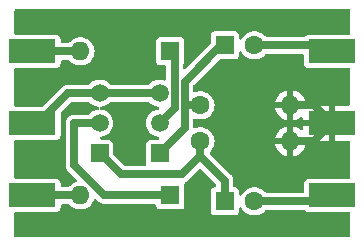
<source format=gbr>
%TF.GenerationSoftware,KiCad,Pcbnew,7.0.9*%
%TF.CreationDate,2024-01-07T22:21:07-08:00*%
%TF.ProjectId,snesypbpr-enhanced,736e6573-7970-4627-9072-2d656e68616e,rev?*%
%TF.SameCoordinates,Original*%
%TF.FileFunction,Copper,L1,Top*%
%TF.FilePolarity,Positive*%
%FSLAX46Y46*%
G04 Gerber Fmt 4.6, Leading zero omitted, Abs format (unit mm)*
G04 Created by KiCad (PCBNEW 7.0.9) date 2024-01-07 22:21:07*
%MOMM*%
%LPD*%
G01*
G04 APERTURE LIST*
%TA.AperFunction,ComponentPad*%
%ADD10R,1.500000X1.500000*%
%TD*%
%TA.AperFunction,ComponentPad*%
%ADD11C,1.500000*%
%TD*%
%TA.AperFunction,SMDPad,CuDef*%
%ADD12R,4.000000X2.000000*%
%TD*%
%TA.AperFunction,ComponentPad*%
%ADD13R,1.600000X1.600000*%
%TD*%
%TA.AperFunction,ComponentPad*%
%ADD14C,1.600000*%
%TD*%
%TA.AperFunction,ComponentPad*%
%ADD15O,1.600000X1.600000*%
%TD*%
%TA.AperFunction,ViaPad*%
%ADD16C,0.800000*%
%TD*%
%TA.AperFunction,Conductor*%
%ADD17C,0.650000*%
%TD*%
G04 APERTURE END LIST*
D10*
%TO.P,Q1,1,E*%
%TO.N,Net-(Q1-E)*%
X122534000Y-67056000D03*
D11*
%TO.P,Q1,2,B*%
%TO.N,Net-(D1-K)*%
X122534000Y-64516000D03*
%TO.P,Q1,3,C*%
%TO.N,+5V*%
X122534000Y-61976000D03*
%TD*%
D12*
%TO.P,J1,1,Pin_1*%
%TO.N,Net-(D1-A)*%
X111760000Y-58420000D03*
%TD*%
D13*
%TO.P,C1,1*%
%TO.N,Net-(Q1-E)*%
X128056000Y-57912000D03*
D14*
%TO.P,C1,2*%
%TO.N,Net-(J5-Pin_1)*%
X130556000Y-57912000D03*
%TD*%
D12*
%TO.P,J3,1,Pin_1*%
%TO.N,+5V*%
X111760000Y-64516000D03*
%TD*%
%TO.P,J2,1,Pin_1*%
%TO.N,Net-(D2-A)*%
X111760000Y-70612000D03*
%TD*%
D13*
%TO.P,D1,1,K*%
%TO.N,Net-(D1-K)*%
X123444000Y-58420000D03*
D15*
%TO.P,D1,2,A*%
%TO.N,Net-(D1-A)*%
X115824000Y-58420000D03*
%TD*%
D13*
%TO.P,C2,1*%
%TO.N,Net-(Q2-E)*%
X128056000Y-71120000D03*
D14*
%TO.P,C2,2*%
%TO.N,Net-(J6-Pin_1)*%
X130556000Y-71120000D03*
%TD*%
D10*
%TO.P,Q2,1,E*%
%TO.N,Net-(Q2-E)*%
X117454000Y-67056000D03*
D11*
%TO.P,Q2,2,B*%
%TO.N,Net-(D2-K)*%
X117454000Y-64516000D03*
%TO.P,Q2,3,C*%
%TO.N,+5V*%
X117454000Y-61976000D03*
%TD*%
D13*
%TO.P,D2,1,K*%
%TO.N,Net-(D2-K)*%
X123444000Y-70612000D03*
D15*
%TO.P,D2,2,A*%
%TO.N,Net-(D2-A)*%
X115824000Y-70612000D03*
%TD*%
D14*
%TO.P,R1,1*%
%TO.N,Net-(Q1-E)*%
X125984000Y-62992000D03*
D15*
%TO.P,R1,2*%
%TO.N,GND*%
X133604000Y-62992000D03*
%TD*%
D12*
%TO.P,J4,1,Pin_1*%
%TO.N,GND*%
X137160000Y-64516000D03*
%TD*%
%TO.P,J5,1,Pin_1*%
%TO.N,Net-(J5-Pin_1)*%
X137160000Y-58420000D03*
%TD*%
D14*
%TO.P,R2,1*%
%TO.N,Net-(Q2-E)*%
X125984000Y-66040000D03*
D15*
%TO.P,R2,2*%
%TO.N,GND*%
X133604000Y-66040000D03*
%TD*%
D12*
%TO.P,J6,1,Pin_1*%
%TO.N,Net-(J6-Pin_1)*%
X137160000Y-70612000D03*
%TD*%
D16*
%TO.N,GND*%
X133604000Y-69088000D03*
X121920000Y-55880000D03*
X112014000Y-67564000D03*
X133604000Y-60198000D03*
X120142000Y-67310000D03*
X121920000Y-73152000D03*
%TD*%
D17*
%TO.N,Net-(Q1-E)*%
X122534000Y-67056000D02*
X124659001Y-64930999D01*
X124659001Y-62992000D02*
X125984000Y-62992000D01*
X127762000Y-57912000D02*
X128056000Y-57912000D01*
X124659001Y-64930999D02*
X124659001Y-62992000D01*
X124659001Y-61014999D02*
X127762000Y-57912000D01*
X124659001Y-62992000D02*
X124659001Y-61014999D01*
%TO.N,Net-(J5-Pin_1)*%
X130556000Y-57912000D02*
X136652000Y-57912000D01*
X136652000Y-57912000D02*
X137160000Y-58420000D01*
%TO.N,Net-(D1-K)*%
X123809000Y-63241000D02*
X122534000Y-64516000D01*
X123809000Y-58785000D02*
X123809000Y-63241000D01*
X123444000Y-58420000D02*
X123809000Y-58785000D01*
%TO.N,Net-(D1-A)*%
X111760000Y-58420000D02*
X115824000Y-58420000D01*
%TO.N,+5V*%
X114808000Y-61976000D02*
X117454000Y-61976000D01*
X112268000Y-64516000D02*
X114808000Y-61976000D01*
X111760000Y-64516000D02*
X112268000Y-64516000D01*
X117454000Y-61976000D02*
X122534000Y-61976000D01*
%TO.N,GND*%
X135636000Y-66040000D02*
X137160000Y-64516000D01*
X133604000Y-62992000D02*
X135636000Y-62992000D01*
X135636000Y-62992000D02*
X137160000Y-64516000D01*
X133604000Y-66040000D02*
X135636000Y-66040000D01*
%TO.N,Net-(J6-Pin_1)*%
X136652000Y-71120000D02*
X137160000Y-70612000D01*
X130556000Y-71120000D02*
X136652000Y-71120000D01*
%TO.N,Net-(Q2-E)*%
X117454000Y-67056000D02*
X119232000Y-68834000D01*
X125984000Y-67310000D02*
X125984000Y-66040000D01*
X128056000Y-69382000D02*
X128056000Y-71120000D01*
X119232000Y-68834000D02*
X124460000Y-68834000D01*
X124460000Y-68834000D02*
X125984000Y-67310000D01*
X125984000Y-67310000D02*
X128056000Y-69382000D01*
%TO.N,Net-(D2-K)*%
X115316000Y-64516000D02*
X117454000Y-64516000D01*
X117856000Y-70612000D02*
X115316000Y-68072000D01*
X123444000Y-70612000D02*
X117856000Y-70612000D01*
X115316000Y-68072000D02*
X115316000Y-64516000D01*
%TO.N,Net-(D2-A)*%
X111760000Y-70612000D02*
X115824000Y-70612000D01*
%TD*%
%TA.AperFunction,Conductor*%
%TO.N,GND*%
G36*
X126027332Y-68395191D02*
G01*
X126071680Y-68423692D01*
X127294181Y-69646193D01*
X127327666Y-69707516D01*
X127330500Y-69733874D01*
X127330500Y-69796802D01*
X127310815Y-69863841D01*
X127258011Y-69909596D01*
X127225898Y-69919275D01*
X127130699Y-69934352D01*
X127079613Y-69960382D01*
X127017658Y-69991950D01*
X127017657Y-69991951D01*
X127017652Y-69991954D01*
X126927954Y-70081652D01*
X126927951Y-70081657D01*
X126870352Y-70194698D01*
X126855500Y-70288475D01*
X126855500Y-71951517D01*
X126865134Y-72012343D01*
X126870354Y-72045304D01*
X126927950Y-72158342D01*
X126927952Y-72158344D01*
X126927954Y-72158347D01*
X127017652Y-72248045D01*
X127017654Y-72248046D01*
X127017658Y-72248050D01*
X127130694Y-72305645D01*
X127130698Y-72305647D01*
X127224475Y-72320499D01*
X127224481Y-72320500D01*
X128887518Y-72320499D01*
X128981304Y-72305646D01*
X129094342Y-72248050D01*
X129184050Y-72158342D01*
X129241646Y-72045304D01*
X129241646Y-72045302D01*
X129241647Y-72045301D01*
X129256499Y-71951524D01*
X129256500Y-71951519D01*
X129256499Y-71730749D01*
X129276183Y-71663712D01*
X129328987Y-71617957D01*
X129398145Y-71608013D01*
X129461701Y-71637038D01*
X129491499Y-71675479D01*
X129530938Y-71754683D01*
X129530943Y-71754691D01*
X129665020Y-71932238D01*
X129829437Y-72082123D01*
X129829439Y-72082125D01*
X130018595Y-72199245D01*
X130018596Y-72199245D01*
X130018599Y-72199247D01*
X130226060Y-72279618D01*
X130444757Y-72320500D01*
X130444759Y-72320500D01*
X130667241Y-72320500D01*
X130667243Y-72320500D01*
X130885940Y-72279618D01*
X131093401Y-72199247D01*
X131282562Y-72082124D01*
X131446981Y-71932236D01*
X131475272Y-71894773D01*
X131531381Y-71853137D01*
X131574226Y-71845500D01*
X134775746Y-71845500D01*
X134842785Y-71865185D01*
X134863422Y-71881814D01*
X134921658Y-71940050D01*
X135034694Y-71997645D01*
X135034698Y-71997647D01*
X135128475Y-72012499D01*
X135128481Y-72012500D01*
X138560000Y-72012499D01*
X138627039Y-72032184D01*
X138672794Y-72084988D01*
X138684000Y-72136499D01*
X138684000Y-74044000D01*
X138664315Y-74111039D01*
X138611511Y-74156794D01*
X138560000Y-74168000D01*
X110360000Y-74168000D01*
X110292961Y-74148315D01*
X110247206Y-74095511D01*
X110236000Y-74044000D01*
X110236000Y-72136499D01*
X110255685Y-72069460D01*
X110308489Y-72023705D01*
X110360000Y-72012499D01*
X113791517Y-72012499D01*
X113791518Y-72012499D01*
X113885304Y-71997646D01*
X113998342Y-71940050D01*
X114088050Y-71850342D01*
X114145646Y-71737304D01*
X114145646Y-71737302D01*
X114145647Y-71737301D01*
X114160500Y-71643524D01*
X114160500Y-71461500D01*
X114180185Y-71394461D01*
X114232989Y-71348706D01*
X114284500Y-71337500D01*
X114805774Y-71337500D01*
X114872813Y-71357185D01*
X114904728Y-71386773D01*
X114933019Y-71424236D01*
X115057048Y-71537304D01*
X115097437Y-71574123D01*
X115097439Y-71574125D01*
X115286595Y-71691245D01*
X115286596Y-71691245D01*
X115286599Y-71691247D01*
X115494060Y-71771618D01*
X115712757Y-71812500D01*
X115712759Y-71812500D01*
X115935241Y-71812500D01*
X115935243Y-71812500D01*
X116153940Y-71771618D01*
X116361401Y-71691247D01*
X116550562Y-71574124D01*
X116714981Y-71424236D01*
X116849058Y-71246689D01*
X116948229Y-71047528D01*
X116960765Y-71003467D01*
X116998042Y-70944377D01*
X117061352Y-70914819D01*
X117130591Y-70924180D01*
X117167711Y-70949723D01*
X117299231Y-71081243D01*
X117311007Y-71094868D01*
X117324698Y-71113258D01*
X117324699Y-71113259D01*
X117324700Y-71113260D01*
X117363327Y-71145673D01*
X117367316Y-71149328D01*
X117372873Y-71154885D01*
X117392535Y-71170431D01*
X117397739Y-71174547D01*
X117454622Y-71222277D01*
X117460654Y-71226244D01*
X117460600Y-71226326D01*
X117466339Y-71229982D01*
X117466391Y-71229898D01*
X117472533Y-71233686D01*
X117472536Y-71233689D01*
X117472539Y-71233690D01*
X117472540Y-71233691D01*
X117539822Y-71265065D01*
X117561940Y-71276172D01*
X117606175Y-71298388D01*
X117606180Y-71298389D01*
X117612967Y-71300860D01*
X117612933Y-71300951D01*
X117619363Y-71303186D01*
X117619394Y-71303093D01*
X117626239Y-71305361D01*
X117626240Y-71305361D01*
X117626244Y-71305363D01*
X117698939Y-71320373D01*
X117757090Y-71334155D01*
X117771196Y-71337499D01*
X117771197Y-71337499D01*
X117771201Y-71337500D01*
X117771205Y-71337500D01*
X117778374Y-71338338D01*
X117778362Y-71338435D01*
X117785134Y-71339127D01*
X117785143Y-71339030D01*
X117792332Y-71339659D01*
X117792336Y-71339658D01*
X117792337Y-71339659D01*
X117866533Y-71337500D01*
X122120803Y-71337500D01*
X122187842Y-71357185D01*
X122233597Y-71409989D01*
X122243277Y-71442103D01*
X122243501Y-71443517D01*
X122243501Y-71443518D01*
X122258354Y-71537304D01*
X122315950Y-71650342D01*
X122315952Y-71650344D01*
X122315954Y-71650347D01*
X122405652Y-71740045D01*
X122405654Y-71740046D01*
X122405658Y-71740050D01*
X122518694Y-71797645D01*
X122518698Y-71797647D01*
X122612475Y-71812499D01*
X122612481Y-71812500D01*
X124275518Y-71812499D01*
X124369304Y-71797646D01*
X124482342Y-71740050D01*
X124572050Y-71650342D01*
X124629646Y-71537304D01*
X124629646Y-71537302D01*
X124629647Y-71537301D01*
X124644499Y-71443524D01*
X124644500Y-71443519D01*
X124644499Y-69780482D01*
X124629646Y-69686696D01*
X124629645Y-69686694D01*
X124626631Y-69677418D01*
X124629308Y-69676548D01*
X124619233Y-69622904D01*
X124645508Y-69558163D01*
X124702613Y-69517905D01*
X124703611Y-69517570D01*
X124724438Y-69510668D01*
X124768697Y-69496003D01*
X124768705Y-69495997D01*
X124775245Y-69492949D01*
X124775286Y-69493038D01*
X124781409Y-69490074D01*
X124781365Y-69489986D01*
X124787812Y-69486746D01*
X124787820Y-69486744D01*
X124849841Y-69445952D01*
X124913044Y-69406968D01*
X124913049Y-69406962D01*
X124918708Y-69402489D01*
X124918769Y-69402566D01*
X124924048Y-69398266D01*
X124923985Y-69398190D01*
X124929507Y-69393554D01*
X124929517Y-69393549D01*
X124980468Y-69339543D01*
X125896322Y-68423689D01*
X125957641Y-68390207D01*
X126027332Y-68395191D01*
G37*
%TD.AperFunction*%
%TA.AperFunction,Conductor*%
G36*
X129461701Y-58429038D02*
G01*
X129491499Y-58467479D01*
X129530938Y-58546683D01*
X129530943Y-58546691D01*
X129665020Y-58724238D01*
X129829437Y-58874123D01*
X129829439Y-58874125D01*
X130018595Y-58991245D01*
X130018596Y-58991245D01*
X130018599Y-58991247D01*
X130226060Y-59071618D01*
X130444757Y-59112500D01*
X130444759Y-59112500D01*
X130667241Y-59112500D01*
X130667243Y-59112500D01*
X130885940Y-59071618D01*
X131093401Y-58991247D01*
X131282562Y-58874124D01*
X131446981Y-58724236D01*
X131475272Y-58686773D01*
X131531381Y-58645137D01*
X131574226Y-58637500D01*
X134635501Y-58637500D01*
X134702540Y-58657185D01*
X134748295Y-58709989D01*
X134759501Y-58761500D01*
X134759501Y-59451518D01*
X134774354Y-59545304D01*
X134831950Y-59658342D01*
X134831952Y-59658344D01*
X134831954Y-59658347D01*
X134921652Y-59748045D01*
X134921654Y-59748046D01*
X134921658Y-59748050D01*
X135034694Y-59805645D01*
X135034698Y-59805647D01*
X135128475Y-59820499D01*
X135128481Y-59820500D01*
X138560000Y-59820499D01*
X138627039Y-59840184D01*
X138672794Y-59892988D01*
X138684000Y-59944499D01*
X138684000Y-62892000D01*
X138664315Y-62959039D01*
X138611511Y-63004794D01*
X138560000Y-63016000D01*
X137410000Y-63016000D01*
X137410000Y-66016000D01*
X138560000Y-66016000D01*
X138627039Y-66035685D01*
X138672794Y-66088489D01*
X138684000Y-66140000D01*
X138684000Y-69087500D01*
X138664315Y-69154539D01*
X138611511Y-69200294D01*
X138560000Y-69211500D01*
X135128482Y-69211500D01*
X135048581Y-69224155D01*
X135034696Y-69226354D01*
X134921658Y-69283950D01*
X134921657Y-69283951D01*
X134921652Y-69283954D01*
X134831954Y-69373652D01*
X134831951Y-69373657D01*
X134831950Y-69373658D01*
X134819450Y-69398190D01*
X134774352Y-69486698D01*
X134759500Y-69580475D01*
X134759500Y-70270500D01*
X134739815Y-70337539D01*
X134687011Y-70383294D01*
X134635500Y-70394500D01*
X131574226Y-70394500D01*
X131507187Y-70374815D01*
X131475272Y-70345227D01*
X131446979Y-70307762D01*
X131282562Y-70157876D01*
X131282560Y-70157874D01*
X131093404Y-70040754D01*
X131093398Y-70040752D01*
X130885940Y-69960382D01*
X130667243Y-69919500D01*
X130444757Y-69919500D01*
X130226060Y-69960382D01*
X130094864Y-70011207D01*
X130018601Y-70040752D01*
X130018595Y-70040754D01*
X129829439Y-70157874D01*
X129829437Y-70157876D01*
X129665020Y-70307761D01*
X129530943Y-70485308D01*
X129530938Y-70485316D01*
X129491499Y-70564521D01*
X129443996Y-70615758D01*
X129376333Y-70633179D01*
X129309992Y-70611253D01*
X129266038Y-70556941D01*
X129256499Y-70509249D01*
X129256499Y-70288482D01*
X129253651Y-70270500D01*
X129241646Y-70194696D01*
X129184050Y-70081658D01*
X129184046Y-70081654D01*
X129184045Y-70081652D01*
X129094347Y-69991954D01*
X129094344Y-69991952D01*
X129094342Y-69991950D01*
X129017517Y-69952805D01*
X128981301Y-69934352D01*
X128886101Y-69919274D01*
X128822967Y-69889344D01*
X128786036Y-69830032D01*
X128781500Y-69796801D01*
X128781500Y-69443893D01*
X128782809Y-69425923D01*
X128783001Y-69424614D01*
X128786131Y-69403245D01*
X128785812Y-69399602D01*
X128781736Y-69353013D01*
X128781500Y-69347606D01*
X128781500Y-69339747D01*
X128781499Y-69339739D01*
X128781476Y-69339543D01*
X128777821Y-69308276D01*
X128771349Y-69234293D01*
X128771347Y-69234289D01*
X128769888Y-69227217D01*
X128769983Y-69227197D01*
X128768512Y-69220557D01*
X128768416Y-69220580D01*
X128766750Y-69213552D01*
X128766750Y-69213549D01*
X128741358Y-69143787D01*
X128718003Y-69073304D01*
X128717999Y-69073298D01*
X128714949Y-69066756D01*
X128715038Y-69066714D01*
X128712073Y-69060590D01*
X128711985Y-69060635D01*
X128708746Y-69054187D01*
X128708744Y-69054180D01*
X128667947Y-68992152D01*
X128628969Y-68928956D01*
X128624491Y-68923294D01*
X128624567Y-68923233D01*
X128620267Y-68917954D01*
X128620193Y-68918017D01*
X128615553Y-68912488D01*
X128615551Y-68912486D01*
X128615549Y-68912483D01*
X128585803Y-68884419D01*
X128561542Y-68861529D01*
X126797982Y-67097970D01*
X126764497Y-67036647D01*
X126769481Y-66966955D01*
X126802123Y-66918654D01*
X126874981Y-66852236D01*
X127009058Y-66674689D01*
X127108229Y-66475528D01*
X127169115Y-66261536D01*
X127189643Y-66040000D01*
X127169115Y-65818464D01*
X127161016Y-65789999D01*
X132325127Y-65789999D01*
X132325128Y-65790000D01*
X133288314Y-65790000D01*
X133276359Y-65801955D01*
X133218835Y-65914852D01*
X133199014Y-66040000D01*
X133218835Y-66165148D01*
X133276359Y-66278045D01*
X133288314Y-66290000D01*
X132325128Y-66290000D01*
X132377730Y-66486317D01*
X132377734Y-66486326D01*
X132473865Y-66692482D01*
X132604342Y-66878820D01*
X132765179Y-67039657D01*
X132951517Y-67170134D01*
X133157673Y-67266265D01*
X133157682Y-67266269D01*
X133353999Y-67318872D01*
X133354000Y-67318871D01*
X133354000Y-66355686D01*
X133365955Y-66367641D01*
X133478852Y-66425165D01*
X133572519Y-66440000D01*
X133635481Y-66440000D01*
X133729148Y-66425165D01*
X133842045Y-66367641D01*
X133854000Y-66355686D01*
X133854000Y-67318872D01*
X134050317Y-67266269D01*
X134050326Y-67266265D01*
X134256482Y-67170134D01*
X134442820Y-67039657D01*
X134603657Y-66878820D01*
X134734134Y-66692482D01*
X134830265Y-66486326D01*
X134830269Y-66486317D01*
X134882872Y-66290000D01*
X133919686Y-66290000D01*
X133931641Y-66278045D01*
X133989165Y-66165148D01*
X134008986Y-66040000D01*
X133989165Y-65914852D01*
X133931641Y-65801955D01*
X133919686Y-65790000D01*
X134820000Y-65790000D01*
X134887039Y-65809685D01*
X134932794Y-65862489D01*
X134944000Y-65914000D01*
X134944000Y-65969083D01*
X135052626Y-66009598D01*
X135112155Y-66015999D01*
X135112172Y-66016000D01*
X136910000Y-66016000D01*
X136910000Y-64766000D01*
X134660000Y-64766000D01*
X134660000Y-64958160D01*
X134640315Y-65025199D01*
X134587511Y-65070954D01*
X134518353Y-65080898D01*
X134454797Y-65051873D01*
X134448319Y-65045841D01*
X134442820Y-65040342D01*
X134256482Y-64909865D01*
X134050328Y-64813734D01*
X133854000Y-64761127D01*
X133854000Y-65724314D01*
X133842045Y-65712359D01*
X133729148Y-65654835D01*
X133635481Y-65640000D01*
X133572519Y-65640000D01*
X133478852Y-65654835D01*
X133365955Y-65712359D01*
X133354000Y-65724314D01*
X133354000Y-64761127D01*
X133157671Y-64813734D01*
X132951517Y-64909865D01*
X132765179Y-65040342D01*
X132604342Y-65201179D01*
X132473865Y-65387517D01*
X132377734Y-65593673D01*
X132377730Y-65593682D01*
X132325127Y-65789999D01*
X127161016Y-65789999D01*
X127108229Y-65604472D01*
X127108224Y-65604461D01*
X127009061Y-65405316D01*
X127009056Y-65405308D01*
X126874979Y-65227761D01*
X126710562Y-65077876D01*
X126710560Y-65077874D01*
X126521404Y-64960754D01*
X126521398Y-64960752D01*
X126313940Y-64880382D01*
X126095243Y-64839500D01*
X125872757Y-64839500D01*
X125654060Y-64880382D01*
X125654057Y-64880382D01*
X125654057Y-64880383D01*
X125553294Y-64919419D01*
X125483671Y-64925281D01*
X125421931Y-64892571D01*
X125387676Y-64831674D01*
X125384501Y-64803792D01*
X125384501Y-64228207D01*
X125404186Y-64161168D01*
X125456990Y-64115413D01*
X125526148Y-64105469D01*
X125553292Y-64112580D01*
X125654060Y-64151618D01*
X125872757Y-64192500D01*
X125872759Y-64192500D01*
X126095241Y-64192500D01*
X126095243Y-64192500D01*
X126313940Y-64151618D01*
X126521401Y-64071247D01*
X126710562Y-63954124D01*
X126850282Y-63826751D01*
X126874979Y-63804238D01*
X126879800Y-63797855D01*
X127009058Y-63626689D01*
X127108229Y-63427528D01*
X127169115Y-63213536D01*
X127189643Y-62992000D01*
X127169115Y-62770464D01*
X127161016Y-62741999D01*
X132325127Y-62741999D01*
X132325128Y-62742000D01*
X133288314Y-62742000D01*
X133276359Y-62753955D01*
X133218835Y-62866852D01*
X133199014Y-62992000D01*
X133218835Y-63117148D01*
X133276359Y-63230045D01*
X133288314Y-63242000D01*
X132325128Y-63242000D01*
X132377730Y-63438317D01*
X132377734Y-63438326D01*
X132473865Y-63644482D01*
X132604342Y-63830820D01*
X132765179Y-63991657D01*
X132951517Y-64122134D01*
X133157673Y-64218265D01*
X133157682Y-64218269D01*
X133353999Y-64270872D01*
X133354000Y-64270871D01*
X133354000Y-63307686D01*
X133365955Y-63319641D01*
X133478852Y-63377165D01*
X133572519Y-63392000D01*
X133635481Y-63392000D01*
X133729148Y-63377165D01*
X133842045Y-63319641D01*
X133854000Y-63307686D01*
X133854000Y-64270872D01*
X134050317Y-64218269D01*
X134050326Y-64218265D01*
X134256482Y-64122134D01*
X134442820Y-63991657D01*
X134448319Y-63986159D01*
X134509642Y-63952674D01*
X134579334Y-63957658D01*
X134635267Y-63999530D01*
X134659684Y-64064994D01*
X134660000Y-64073840D01*
X134660000Y-64266000D01*
X136910000Y-64266000D01*
X136910000Y-63016000D01*
X135112155Y-63016000D01*
X135052627Y-63022401D01*
X135052619Y-63022403D01*
X134944000Y-63062915D01*
X134944000Y-63118000D01*
X134924315Y-63185039D01*
X134871511Y-63230794D01*
X134820000Y-63242000D01*
X133919686Y-63242000D01*
X133931641Y-63230045D01*
X133989165Y-63117148D01*
X134008986Y-62992000D01*
X133989165Y-62866852D01*
X133931641Y-62753955D01*
X133919686Y-62742000D01*
X134882872Y-62742000D01*
X134882872Y-62741999D01*
X134830269Y-62545682D01*
X134830265Y-62545673D01*
X134734134Y-62339517D01*
X134603657Y-62153179D01*
X134442820Y-61992342D01*
X134256482Y-61861865D01*
X134050328Y-61765734D01*
X133854000Y-61713127D01*
X133854000Y-62676314D01*
X133842045Y-62664359D01*
X133729148Y-62606835D01*
X133635481Y-62592000D01*
X133572519Y-62592000D01*
X133478852Y-62606835D01*
X133365955Y-62664359D01*
X133354000Y-62676314D01*
X133354000Y-61713127D01*
X133157671Y-61765734D01*
X132951517Y-61861865D01*
X132765179Y-61992342D01*
X132604342Y-62153179D01*
X132473865Y-62339517D01*
X132377734Y-62545673D01*
X132377730Y-62545682D01*
X132325127Y-62741999D01*
X127161016Y-62741999D01*
X127108229Y-62556472D01*
X127108224Y-62556461D01*
X127009061Y-62357316D01*
X127009056Y-62357308D01*
X126874979Y-62179761D01*
X126710562Y-62029876D01*
X126710560Y-62029874D01*
X126521404Y-61912754D01*
X126521398Y-61912752D01*
X126313940Y-61832382D01*
X126095243Y-61791500D01*
X125872757Y-61791500D01*
X125654060Y-61832382D01*
X125654057Y-61832382D01*
X125654057Y-61832383D01*
X125553294Y-61871419D01*
X125483671Y-61877281D01*
X125421931Y-61844571D01*
X125387676Y-61783674D01*
X125384501Y-61755792D01*
X125384501Y-61366872D01*
X125404186Y-61299833D01*
X125420815Y-61279196D01*
X127551193Y-59148817D01*
X127612516Y-59115333D01*
X127638874Y-59112499D01*
X128887517Y-59112499D01*
X128887518Y-59112499D01*
X128981304Y-59097646D01*
X129094342Y-59040050D01*
X129184050Y-58950342D01*
X129241646Y-58837304D01*
X129241646Y-58837302D01*
X129241647Y-58837301D01*
X129256499Y-58743524D01*
X129256500Y-58743519D01*
X129256499Y-58522749D01*
X129276183Y-58455712D01*
X129328987Y-58409957D01*
X129398145Y-58400013D01*
X129461701Y-58429038D01*
G37*
%TD.AperFunction*%
%TA.AperFunction,Conductor*%
G36*
X116565469Y-62721185D02*
G01*
X116597383Y-62750772D01*
X116600128Y-62754407D01*
X116757698Y-62898052D01*
X116938981Y-63010298D01*
X117137802Y-63087321D01*
X117334613Y-63124111D01*
X117396893Y-63155779D01*
X117432166Y-63216092D01*
X117429232Y-63285900D01*
X117389023Y-63343040D01*
X117334613Y-63367888D01*
X117137802Y-63404679D01*
X117137799Y-63404679D01*
X117137799Y-63404680D01*
X116938982Y-63481701D01*
X116938980Y-63481702D01*
X116757699Y-63593947D01*
X116600128Y-63737592D01*
X116598538Y-63739698D01*
X116597383Y-63741226D01*
X116541277Y-63782862D01*
X116498430Y-63790500D01*
X115338908Y-63790500D01*
X115335307Y-63790395D01*
X115292877Y-63787923D01*
X115273530Y-63786797D01*
X115273529Y-63786797D01*
X115258044Y-63789527D01*
X115212571Y-63797544D01*
X115209005Y-63798066D01*
X115147552Y-63805249D01*
X115147549Y-63805250D01*
X115137688Y-63808838D01*
X115116833Y-63814425D01*
X115106516Y-63816245D01*
X115106509Y-63816246D01*
X115106508Y-63816247D01*
X115106506Y-63816247D01*
X115106505Y-63816248D01*
X115049674Y-63840760D01*
X115046326Y-63842091D01*
X114988180Y-63863255D01*
X114979421Y-63869016D01*
X114960411Y-63879266D01*
X114950781Y-63883420D01*
X114901130Y-63920383D01*
X114898177Y-63922451D01*
X114846482Y-63956451D01*
X114846475Y-63956457D01*
X114839287Y-63964076D01*
X114823154Y-63978435D01*
X114814739Y-63984700D01*
X114774962Y-64032104D01*
X114772565Y-64034798D01*
X114730098Y-64079810D01*
X114724854Y-64088892D01*
X114712471Y-64106578D01*
X114705728Y-64114615D01*
X114677945Y-64169931D01*
X114676234Y-64173104D01*
X114645301Y-64226682D01*
X114645297Y-64226692D01*
X114642289Y-64236737D01*
X114634315Y-64256809D01*
X114629611Y-64266175D01*
X114615340Y-64326387D01*
X114614407Y-64329869D01*
X114596657Y-64389163D01*
X114596048Y-64399624D01*
X114592918Y-64420994D01*
X114590500Y-64431199D01*
X114590500Y-64493090D01*
X114590395Y-64496695D01*
X114586796Y-64558470D01*
X114588616Y-64568786D01*
X114590500Y-64590319D01*
X114590500Y-68010111D01*
X114589191Y-68028083D01*
X114585870Y-68050755D01*
X114585869Y-68050758D01*
X114590264Y-68100977D01*
X114590500Y-68106384D01*
X114590500Y-68114256D01*
X114594179Y-68145735D01*
X114600650Y-68219707D01*
X114602110Y-68226774D01*
X114602016Y-68226793D01*
X114603493Y-68233452D01*
X114603586Y-68233431D01*
X114605249Y-68240451D01*
X114630636Y-68310202D01*
X114653995Y-68380692D01*
X114657050Y-68387244D01*
X114656962Y-68387284D01*
X114659929Y-68393411D01*
X114660015Y-68393368D01*
X114663256Y-68399821D01*
X114704046Y-68461840D01*
X114743032Y-68525044D01*
X114747514Y-68530713D01*
X114747436Y-68530773D01*
X114751733Y-68536048D01*
X114751809Y-68535985D01*
X114756450Y-68541516D01*
X114810456Y-68592468D01*
X115486576Y-69268588D01*
X115520061Y-69329911D01*
X115515077Y-69399602D01*
X115473206Y-69455536D01*
X115443689Y-69471896D01*
X115286601Y-69532751D01*
X115286595Y-69532754D01*
X115097439Y-69649874D01*
X115097437Y-69649876D01*
X114933020Y-69799762D01*
X114904728Y-69837227D01*
X114848619Y-69878863D01*
X114805774Y-69886500D01*
X114284499Y-69886500D01*
X114217460Y-69866815D01*
X114171705Y-69814011D01*
X114160499Y-69762500D01*
X114160499Y-69580482D01*
X114157518Y-69561660D01*
X114145646Y-69486696D01*
X114088050Y-69373658D01*
X114088046Y-69373654D01*
X114088045Y-69373652D01*
X113998347Y-69283954D01*
X113998344Y-69283952D01*
X113998342Y-69283950D01*
X113921517Y-69244805D01*
X113885301Y-69226352D01*
X113791524Y-69211500D01*
X113791519Y-69211500D01*
X110360000Y-69211500D01*
X110292961Y-69191815D01*
X110247206Y-69139011D01*
X110236000Y-69087500D01*
X110236000Y-66040499D01*
X110255685Y-65973460D01*
X110308489Y-65927705D01*
X110360000Y-65916499D01*
X113791517Y-65916499D01*
X113791518Y-65916499D01*
X113885304Y-65901646D01*
X113998342Y-65844050D01*
X114088050Y-65754342D01*
X114145646Y-65641304D01*
X114145646Y-65641302D01*
X114145647Y-65641301D01*
X114160499Y-65547524D01*
X114160500Y-65547519D01*
X114160499Y-63700873D01*
X114180184Y-63633835D01*
X114196818Y-63613193D01*
X115072193Y-62737819D01*
X115133516Y-62704334D01*
X115159874Y-62701500D01*
X116498430Y-62701500D01*
X116565469Y-62721185D01*
G37*
%TD.AperFunction*%
%TA.AperFunction,Conductor*%
G36*
X121645469Y-62721185D02*
G01*
X121677383Y-62750772D01*
X121680128Y-62754407D01*
X121837698Y-62898052D01*
X122018981Y-63010298D01*
X122217802Y-63087321D01*
X122414613Y-63124111D01*
X122476893Y-63155779D01*
X122512166Y-63216092D01*
X122509232Y-63285900D01*
X122469023Y-63343040D01*
X122414613Y-63367888D01*
X122217802Y-63404679D01*
X122217799Y-63404679D01*
X122217799Y-63404680D01*
X122018982Y-63481701D01*
X122018980Y-63481702D01*
X121837699Y-63593947D01*
X121680127Y-63737593D01*
X121551632Y-63907746D01*
X121456596Y-64098605D01*
X121456596Y-64098607D01*
X121407582Y-64270872D01*
X121398244Y-64303690D01*
X121378571Y-64516000D01*
X121398244Y-64728310D01*
X121452913Y-64920450D01*
X121456596Y-64933392D01*
X121456596Y-64933394D01*
X121551632Y-65124253D01*
X121677384Y-65290774D01*
X121680128Y-65294407D01*
X121837698Y-65438052D01*
X122018981Y-65550298D01*
X122217802Y-65627321D01*
X122390543Y-65659612D01*
X122452822Y-65691279D01*
X122488095Y-65751592D01*
X122485161Y-65821400D01*
X122444952Y-65878540D01*
X122380234Y-65904871D01*
X122367756Y-65905500D01*
X121752482Y-65905500D01*
X121671519Y-65918323D01*
X121658696Y-65920354D01*
X121545658Y-65977950D01*
X121545657Y-65977951D01*
X121545652Y-65977954D01*
X121455954Y-66067652D01*
X121455951Y-66067657D01*
X121398352Y-66180698D01*
X121383500Y-66274475D01*
X121383500Y-67837517D01*
X121398354Y-67931305D01*
X121401369Y-67940582D01*
X121399229Y-67941277D01*
X121409672Y-67996871D01*
X121383398Y-68061612D01*
X121326292Y-68101871D01*
X121286291Y-68108500D01*
X119583874Y-68108500D01*
X119516835Y-68088815D01*
X119496193Y-68072181D01*
X118640818Y-67216806D01*
X118607333Y-67155483D01*
X118604499Y-67129125D01*
X118604499Y-66274482D01*
X118602449Y-66261536D01*
X118589646Y-66180696D01*
X118532050Y-66067658D01*
X118532046Y-66067654D01*
X118532045Y-66067652D01*
X118442347Y-65977954D01*
X118442344Y-65977952D01*
X118442342Y-65977950D01*
X118365517Y-65938805D01*
X118329301Y-65920352D01*
X118235524Y-65905500D01*
X117620243Y-65905500D01*
X117553204Y-65885815D01*
X117507449Y-65833011D01*
X117497505Y-65763853D01*
X117526530Y-65700297D01*
X117585308Y-65662523D01*
X117597441Y-65659614D01*
X117770198Y-65627321D01*
X117969019Y-65550298D01*
X118150302Y-65438052D01*
X118307872Y-65294407D01*
X118436366Y-65124255D01*
X118459461Y-65077874D01*
X118531403Y-64933394D01*
X118531403Y-64933393D01*
X118531405Y-64933389D01*
X118589756Y-64728310D01*
X118609429Y-64516000D01*
X118589756Y-64303690D01*
X118531405Y-64098611D01*
X118531403Y-64098606D01*
X118531403Y-64098605D01*
X118436367Y-63907746D01*
X118307872Y-63737593D01*
X118211252Y-63649512D01*
X118150302Y-63593948D01*
X117969019Y-63481702D01*
X117969017Y-63481701D01*
X117829204Y-63427538D01*
X117770198Y-63404679D01*
X117573385Y-63367888D01*
X117511106Y-63336221D01*
X117475833Y-63275908D01*
X117478767Y-63206100D01*
X117518976Y-63148960D01*
X117573384Y-63124111D01*
X117770198Y-63087321D01*
X117969019Y-63010298D01*
X118150302Y-62898052D01*
X118307872Y-62754407D01*
X118310616Y-62750773D01*
X118366723Y-62709138D01*
X118409570Y-62701500D01*
X121578430Y-62701500D01*
X121645469Y-62721185D01*
G37*
%TD.AperFunction*%
%TA.AperFunction,Conductor*%
G36*
X138627039Y-54883685D02*
G01*
X138672794Y-54936489D01*
X138684000Y-54988000D01*
X138684000Y-56895500D01*
X138664315Y-56962539D01*
X138611511Y-57008294D01*
X138560000Y-57019500D01*
X135128482Y-57019500D01*
X135047519Y-57032323D01*
X135034696Y-57034354D01*
X134921658Y-57091950D01*
X134921657Y-57091951D01*
X134921656Y-57091951D01*
X134892542Y-57121066D01*
X134863425Y-57150182D01*
X134802105Y-57183666D01*
X134775746Y-57186500D01*
X131574226Y-57186500D01*
X131507187Y-57166815D01*
X131475272Y-57137227D01*
X131446979Y-57099762D01*
X131282562Y-56949876D01*
X131282560Y-56949874D01*
X131093404Y-56832754D01*
X131093398Y-56832752D01*
X130885940Y-56752382D01*
X130667243Y-56711500D01*
X130444757Y-56711500D01*
X130226060Y-56752382D01*
X130094864Y-56803207D01*
X130018601Y-56832752D01*
X130018595Y-56832754D01*
X129829439Y-56949874D01*
X129829437Y-56949876D01*
X129665020Y-57099761D01*
X129530943Y-57277308D01*
X129530938Y-57277316D01*
X129491499Y-57356521D01*
X129443996Y-57407758D01*
X129376333Y-57425179D01*
X129309992Y-57403253D01*
X129266038Y-57348941D01*
X129256499Y-57301249D01*
X129256499Y-57080482D01*
X129256498Y-57080475D01*
X129241646Y-56986696D01*
X129184050Y-56873658D01*
X129184046Y-56873654D01*
X129184045Y-56873652D01*
X129094347Y-56783954D01*
X129094344Y-56783952D01*
X129094342Y-56783950D01*
X129017517Y-56744805D01*
X128981301Y-56726352D01*
X128887524Y-56711500D01*
X127224482Y-56711500D01*
X127143519Y-56724323D01*
X127130696Y-56726354D01*
X127017658Y-56783950D01*
X127017657Y-56783951D01*
X127017652Y-56783954D01*
X126927954Y-56873652D01*
X126927951Y-56873657D01*
X126870352Y-56986698D01*
X126855500Y-57080475D01*
X126855500Y-57741125D01*
X126835815Y-57808164D01*
X126819181Y-57828806D01*
X124746181Y-59901806D01*
X124684858Y-59935291D01*
X124615166Y-59930307D01*
X124559233Y-59888435D01*
X124534816Y-59822971D01*
X124534500Y-59814125D01*
X124534500Y-59547254D01*
X124554185Y-59480215D01*
X124570819Y-59459572D01*
X124572050Y-59458342D01*
X124629646Y-59345304D01*
X124629646Y-59345302D01*
X124629647Y-59345301D01*
X124644499Y-59251524D01*
X124644500Y-59251519D01*
X124644499Y-57588482D01*
X124629646Y-57494696D01*
X124572050Y-57381658D01*
X124572046Y-57381654D01*
X124572045Y-57381652D01*
X124482347Y-57291954D01*
X124482344Y-57291952D01*
X124482342Y-57291950D01*
X124405517Y-57252805D01*
X124369301Y-57234352D01*
X124275524Y-57219500D01*
X122612482Y-57219500D01*
X122531519Y-57232323D01*
X122518696Y-57234354D01*
X122405658Y-57291950D01*
X122405657Y-57291951D01*
X122405652Y-57291954D01*
X122315954Y-57381652D01*
X122315951Y-57381657D01*
X122315950Y-57381658D01*
X122312473Y-57388482D01*
X122258352Y-57494698D01*
X122243500Y-57588475D01*
X122243500Y-59251517D01*
X122254292Y-59319657D01*
X122258354Y-59345304D01*
X122315950Y-59458342D01*
X122315952Y-59458344D01*
X122315954Y-59458347D01*
X122405652Y-59548045D01*
X122405654Y-59548046D01*
X122405658Y-59548050D01*
X122518696Y-59605646D01*
X122518698Y-59605647D01*
X122612475Y-59620499D01*
X122612481Y-59620500D01*
X122959500Y-59620499D01*
X123026539Y-59640183D01*
X123072294Y-59692987D01*
X123083500Y-59744499D01*
X123083500Y-60774042D01*
X123063815Y-60841081D01*
X123011011Y-60886836D01*
X122941853Y-60896780D01*
X122914707Y-60889669D01*
X122850203Y-60864680D01*
X122850198Y-60864679D01*
X122640610Y-60825500D01*
X122427390Y-60825500D01*
X122217802Y-60864679D01*
X122217799Y-60864679D01*
X122217799Y-60864680D01*
X122018982Y-60941701D01*
X122018980Y-60941702D01*
X121837699Y-61053947D01*
X121680128Y-61197592D01*
X121678538Y-61199698D01*
X121677383Y-61201226D01*
X121621277Y-61242862D01*
X121578430Y-61250500D01*
X118409570Y-61250500D01*
X118342531Y-61230815D01*
X118310616Y-61201227D01*
X118307872Y-61197593D01*
X118150302Y-61053948D01*
X117969019Y-60941702D01*
X117969017Y-60941701D01*
X117827392Y-60886836D01*
X117770198Y-60864679D01*
X117560610Y-60825500D01*
X117347390Y-60825500D01*
X117137802Y-60864679D01*
X117137799Y-60864679D01*
X117137799Y-60864680D01*
X116938982Y-60941701D01*
X116938980Y-60941702D01*
X116757699Y-61053947D01*
X116600128Y-61197592D01*
X116598538Y-61199698D01*
X116597383Y-61201226D01*
X116541277Y-61242862D01*
X116498430Y-61250500D01*
X114869887Y-61250500D01*
X114851918Y-61249191D01*
X114829241Y-61245869D01*
X114791283Y-61249191D01*
X114779015Y-61250264D01*
X114773615Y-61250500D01*
X114765742Y-61250500D01*
X114744757Y-61252952D01*
X114734264Y-61254179D01*
X114728756Y-61254660D01*
X114660291Y-61260650D01*
X114653224Y-61262110D01*
X114653205Y-61262017D01*
X114646549Y-61263493D01*
X114646571Y-61263586D01*
X114639543Y-61265251D01*
X114569780Y-61290643D01*
X114499301Y-61313997D01*
X114492760Y-61317048D01*
X114492719Y-61316962D01*
X114486584Y-61319932D01*
X114486627Y-61320018D01*
X114480178Y-61323256D01*
X114418148Y-61364053D01*
X114354959Y-61403030D01*
X114349289Y-61407513D01*
X114349230Y-61407438D01*
X114343953Y-61411737D01*
X114344014Y-61411809D01*
X114338489Y-61416445D01*
X114287530Y-61470457D01*
X112678807Y-63079181D01*
X112617484Y-63112666D01*
X112591126Y-63115500D01*
X110360000Y-63115500D01*
X110292961Y-63095815D01*
X110247206Y-63043011D01*
X110236000Y-62991500D01*
X110236000Y-59944499D01*
X110255685Y-59877460D01*
X110308489Y-59831705D01*
X110360000Y-59820499D01*
X113791517Y-59820499D01*
X113791518Y-59820499D01*
X113885304Y-59805646D01*
X113998342Y-59748050D01*
X114088050Y-59658342D01*
X114145646Y-59545304D01*
X114145646Y-59545302D01*
X114145647Y-59545301D01*
X114160500Y-59451524D01*
X114160500Y-59269500D01*
X114180185Y-59202461D01*
X114232989Y-59156706D01*
X114284500Y-59145500D01*
X114805774Y-59145500D01*
X114872813Y-59165185D01*
X114904728Y-59194773D01*
X114933019Y-59232236D01*
X115057048Y-59345304D01*
X115097437Y-59382123D01*
X115097439Y-59382125D01*
X115286595Y-59499245D01*
X115286596Y-59499245D01*
X115286599Y-59499247D01*
X115494060Y-59579618D01*
X115712757Y-59620500D01*
X115712759Y-59620500D01*
X115935241Y-59620500D01*
X115935243Y-59620500D01*
X116153940Y-59579618D01*
X116361401Y-59499247D01*
X116550562Y-59382124D01*
X116714981Y-59232236D01*
X116849058Y-59054689D01*
X116948229Y-58855528D01*
X117009115Y-58641536D01*
X117029643Y-58420000D01*
X117009115Y-58198464D01*
X116948229Y-57984472D01*
X116948224Y-57984461D01*
X116849061Y-57785316D01*
X116849056Y-57785308D01*
X116714979Y-57607761D01*
X116550562Y-57457876D01*
X116550560Y-57457874D01*
X116361404Y-57340754D01*
X116361398Y-57340752D01*
X116153940Y-57260382D01*
X115935243Y-57219500D01*
X115712757Y-57219500D01*
X115494060Y-57260382D01*
X115362864Y-57311207D01*
X115286601Y-57340752D01*
X115286595Y-57340754D01*
X115097439Y-57457874D01*
X115097437Y-57457876D01*
X114933020Y-57607762D01*
X114904728Y-57645227D01*
X114848619Y-57686863D01*
X114805774Y-57694500D01*
X114284499Y-57694500D01*
X114217460Y-57674815D01*
X114171705Y-57622011D01*
X114160499Y-57570500D01*
X114160499Y-57388482D01*
X114155437Y-57356521D01*
X114145646Y-57294696D01*
X114088050Y-57181658D01*
X114088046Y-57181654D01*
X114088045Y-57181652D01*
X113998347Y-57091954D01*
X113998344Y-57091952D01*
X113998342Y-57091950D01*
X113921517Y-57052805D01*
X113885301Y-57034352D01*
X113791524Y-57019500D01*
X113791519Y-57019500D01*
X110360000Y-57019500D01*
X110292961Y-56999815D01*
X110247206Y-56947011D01*
X110236000Y-56895500D01*
X110236000Y-54988000D01*
X110255685Y-54920961D01*
X110308489Y-54875206D01*
X110360000Y-54864000D01*
X138560000Y-54864000D01*
X138627039Y-54883685D01*
G37*
%TD.AperFunction*%
%TD*%
M02*

</source>
